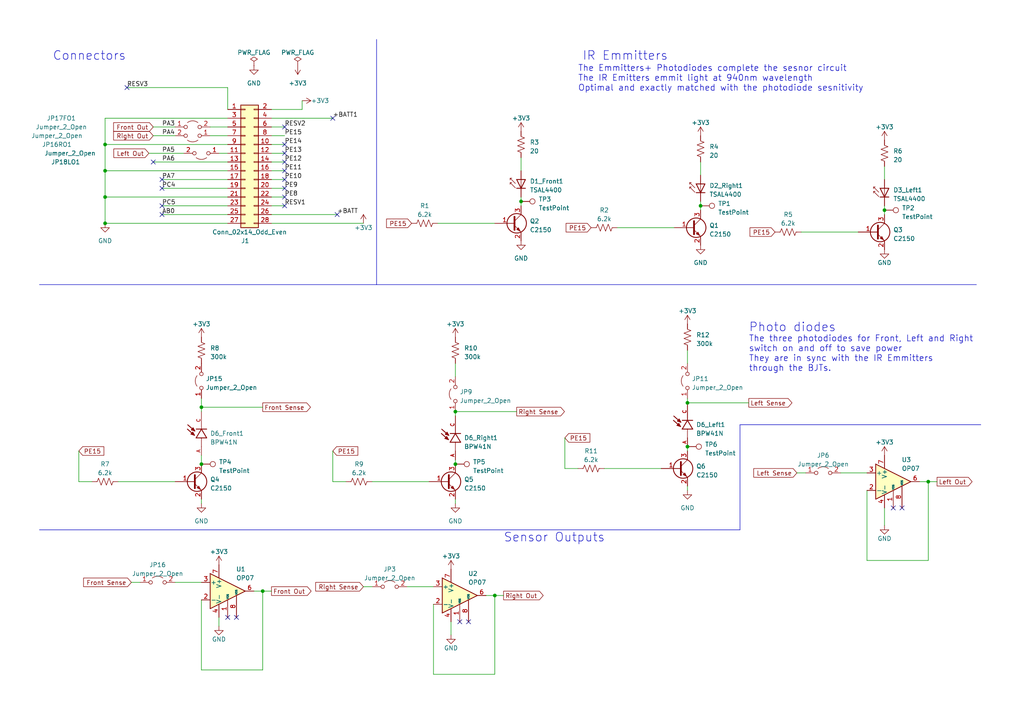
<source format=kicad_sch>
(kicad_sch (version 20230121) (generator eeschema)
  (paper "A4")
  (title_block (title "Micro Mouse Sensor") (date "2024-03-20") (rev "v4.0") (company "University of Cape Town") (comment 1 "EEE3088F") (comment 2 "RMTDIC001") (comment 3 "Ramotlou Dichochi"))
  (lib_symbols
    (symbol "Amplifier_Operational:OP07" (pin_names (offset 0.127))
      (property "Reference" "U" (at 1.27 6.35 0))
      (property "Value" "OP07" (at 1.27 3.81 0))
      (symbol "OP07_0_1"
        (polyline (pts (xy -5.08 5.08) (xy 5.08 0) (xy -5.08 -5.08) (xy -5.08 5.08)) (stroke (width 0.254)) (fill (type background)))
      )
      (symbol "OP07_1_1"
        (pin input line (at 0 -7.62 90) (length 5.08) (name "VOS") (number "1"))
        (pin input line (at -7.62 -2.54 0) (length 2.54) (name "-") (number "2"))
        (pin input line (at -7.62 2.54 0) (length 2.54) (name "+") (number "3"))
        (pin power_in line (at -2.54 -7.62 90) (length 3.81) (name "V-") (number "4"))
        (pin no_connect line (at 0 2.54 270) (length 2.54) hide (name "NC") (number "5"))
        (pin output line (at 7.62 0 180) (length 2.54) (name "~") (number "6"))
        (pin power_in line (at -2.54 7.62 270) (length 3.81) (name "V+") (number "7"))
        (pin input line (at 2.54 -7.62 90) (length 6.35) (name "VOS") (number "8"))
      )
    )
    (symbol "BPW41N:BPW41N" (pin_names (offset 1.016))
      (property "Reference" "D" (at -3.0988 4.4958 0))
      (property "Value" "BPW41N" (at -3.556 -3.302 0))
      (symbol "BPW41N_0_0"
        (polyline (pts (xy -2.54 -1.524) (xy 0 0)) (stroke (width 0.254)))
        (polyline (pts (xy -2.54 0) (xy -5.08 0)) (stroke (width 0.1524)))
        (polyline (pts (xy -2.54 0) (xy -2.54 -1.524)) (stroke (width 0.254)))
        (polyline (pts (xy -2.54 1.524) (xy -2.54 0)) (stroke (width 0.254)))
        (polyline (pts (xy -1.778 2.032) (xy -1.4478 2.9972)) (stroke (width 0.254)))
        (polyline (pts (xy -1.778 2.032) (xy 0 4.064)) (stroke (width 0.254)))
        (polyline (pts (xy -1.4732 2.2606) (xy -1.3462 2.2606)) (stroke (width 0.254)))
        (polyline (pts (xy -1.4478 2.9972) (xy -1.4732 2.2606)) (stroke (width 0.254)))
        (polyline (pts (xy -1.4478 2.9972) (xy -0.889 2.5146)) (stroke (width 0.254)))
        (polyline (pts (xy -1.0668 2.5908) (xy -1.2954 2.4384)) (stroke (width 0.254)))
        (polyline (pts (xy -0.889 2.5146) (xy -1.778 2.032)) (stroke (width 0.254)))
        (polyline (pts (xy -0.5334 1.9304) (xy -0.2032 2.8956)) (stroke (width 0.254)))
        (polyline (pts (xy -0.5334 1.9304) (xy 1.2446 3.9624)) (stroke (width 0.254)))
        (polyline (pts (xy -0.2286 2.159) (xy -0.1016 2.159)) (stroke (width 0.254)))
        (polyline (pts (xy -0.2032 2.8956) (xy -0.2286 2.159)) (stroke (width 0.254)))
        (polyline (pts (xy -0.2032 2.8956) (xy 0.3556 2.413)) (stroke (width 0.254)))
        (polyline (pts (xy 0 0) (xy -2.54 1.524)) (stroke (width 0.254)))
        (polyline (pts (xy 0 1.524) (xy 0 -1.524)) (stroke (width 0.254)))
        (polyline (pts (xy 0.1778 2.4892) (xy -0.0508 2.3368)) (stroke (width 0.254)))
        (polyline (pts (xy 0.3556 2.413) (xy -0.5334 1.9304)) (stroke (width 0.254)))
        (pin passive line (at -7.62 0 0) (length 2.54) (name "~") (number "A"))
        (pin passive line (at 5.08 0 180) (length 5.08) (name "~") (number "C"))
      )
    )
    (symbol "Connector:TestPoint" (pin_numbers hide) (pin_names (offset 0.762) hide)
      (property "Reference" "TP" (at 0 6.858 0))
      (property "Value" "TestPoint" (at 0 5.08 0))
      (symbol "TestPoint_0_1"
        (circle (center 0 3.302) (radius 0.762))
      )
      (symbol "TestPoint_1_1"
        (pin passive line (at 0 0 90) (length 2.54) (name "1") (number "1"))
      )
    )
    (symbol "Connector_Generic:Conn_02x14_Odd_Even" (pin_names (offset 1.016) hide)
      (property "Reference" "J" (at 1.27 17.78 0))
      (property "Value" "Conn_02x14_Odd_Even" (at 1.27 -20.32 0))
      (symbol "Conn_02x14_Odd_Even_1_1"
        (rectangle (start -1.27 -17.653) (end 0 -17.907) (stroke (width 0.1524)))
        (rectangle (start -1.27 -15.113) (end 0 -15.367) (stroke (width 0.1524)))
        (rectangle (start -1.27 -12.573) (end 0 -12.827) (stroke (width 0.1524)))
        (rectangle (start -1.27 -10.033) (end 0 -10.287) (stroke (width 0.1524)))
        (rectangle (start -1.27 -7.493) (end 0 -7.747) (stroke (width 0.1524)))
        (rectangle (start -1.27 -4.953) (end 0 -5.207) (stroke (width 0.1524)))
        (rectangle (start -1.27 -2.413) (end 0 -2.667) (stroke (width 0.1524)))
        (rectangle (start -1.27 0.127) (end 0 -0.127) (stroke (width 0.1524)))
        (rectangle (start -1.27 2.667) (end 0 2.413) (stroke (width 0.1524)))
        (rectangle (start -1.27 5.207) (end 0 4.953) (stroke (width 0.1524)))
        (rectangle (start -1.27 7.747) (end 0 7.493) (stroke (width 0.1524)))
        (rectangle (start -1.27 10.287) (end 0 10.033) (stroke (width 0.1524)))
        (rectangle (start -1.27 12.827) (end 0 12.573) (stroke (width 0.1524)))
        (rectangle (start -1.27 15.367) (end 0 15.113) (stroke (width 0.1524)))
        (rectangle (start -1.27 16.51) (end 3.81 -19.05) (stroke (width 0.254)) (fill (type background)))
        (rectangle (start 3.81 -17.653) (end 2.54 -17.907) (stroke (width 0.1524)))
        (rectangle (start 3.81 -15.113) (end 2.54 -15.367) (stroke (width 0.1524)))
        (rectangle (start 3.81 -12.573) (end 2.54 -12.827) (stroke (width 0.1524)))
        (rectangle (start 3.81 -10.033) (end 2.54 -10.287) (stroke (width 0.1524)))
        (rectangle (start 3.81 -7.493) (end 2.54 -7.747) (stroke (width 0.1524)))
        (rectangle (start 3.81 -4.953) (end 2.54 -5.207) (stroke (width 0.1524)))
        (rectangle (start 3.81 -2.413) (end 2.54 -2.667) (stroke (width 0.1524)))
        (rectangle (start 3.81 0.127) (end 2.54 -0.127) (stroke (width 0.1524)))
        (rectangle (start 3.81 2.667) (end 2.54 2.413) (stroke (width 0.1524)))
        (rectangle (start 3.81 5.207) (end 2.54 4.953) (stroke (width 0.1524)))
        (rectangle (start 3.81 7.747) (end 2.54 7.493) (stroke (width 0.1524)))
        (rectangle (start 3.81 10.287) (end 2.54 10.033) (stroke (width 0.1524)))
        (rectangle (start 3.81 12.827) (end 2.54 12.573) (stroke (width 0.1524)))
        (rectangle (start 3.81 15.367) (end 2.54 15.113) (stroke (width 0.1524)))
        (pin passive line (at -5.08 15.24 0) (length 3.81) (name "Pin_1") (number "1"))
        (pin passive line (at 7.62 5.08 180) (length 3.81) (name "Pin_10") (number "10"))
        (pin passive line (at -5.08 2.54 0) (length 3.81) (name "Pin_11") (number "11"))
        (pin passive line (at 7.62 2.54 180) (length 3.81) (name "Pin_12") (number "12"))
        (pin passive line (at -5.08 0 0) (length 3.81) (name "Pin_13") (number "13"))
        (pin passive line (at 7.62 0 180) (length 3.81) (name "Pin_14") (number "14"))
        (pin passive line (at -5.08 -2.54 0) (length 3.81) (name "Pin_15") (number "15"))
        (pin passive line (at 7.62 -2.54 180) (length 3.81) (name "Pin_16") (number "16"))
        (pin passive line (at -5.08 -5.08 0) (length 3.81) (name "Pin_17") (number "17"))
        (pin passive line (at 7.62 -5.08 180) (length 3.81) (name "Pin_18") (number "18"))
        (pin passive line (at -5.08 -7.62 0) (length 3.81) (name "Pin_19") (number "19"))
        (pin passive line (at 7.62 15.24 180) (length 3.81) (name "Pin_2") (number "2"))
        (pin passive line (at 7.62 -7.62 180) (length 3.81) (name "Pin_20") (number "20"))
        (pin passive line (at -5.08 -10.16 0) (length 3.81) (name "Pin_21") (number "21"))
        (pin passive line (at 7.62 -10.16 180) (length 3.81) (name "Pin_22") (number "22"))
        (pin passive line (at -5.08 -12.7 0) (length 3.81) (name "Pin_23") (number "23"))
        (pin passive line (at 7.62 -12.7 180) (length 3.81) (name "Pin_24") (number "24"))
        (pin passive line (at -5.08 -15.24 0) (length 3.81) (name "Pin_25") (number "25"))
        (pin passive line (at 7.62 -15.24 180) (length 3.81) (name "Pin_26") (number "26"))
        (pin passive line (at -5.08 -17.78 0) (length 3.81) (name "Pin_27") (number "27"))
        (pin passive line (at 7.62 -17.78 180) (length 3.81) (name "Pin_28") (number "28"))
        (pin passive line (at -5.08 12.7 0) (length 3.81) (name "Pin_3") (number "3"))
        (pin passive line (at 7.62 12.7 180) (length 3.81) (name "Pin_4") (number "4"))
        (pin passive line (at -5.08 10.16 0) (length 3.81) (name "Pin_5") (number "5"))
        (pin passive line (at 7.62 10.16 180) (length 3.81) (name "Pin_6") (number "6"))
        (pin passive line (at -5.08 7.62 0) (length 3.81) (name "Pin_7") (number "7"))
        (pin passive line (at 7.62 7.62 180) (length 3.81) (name "Pin_8") (number "8"))
        (pin passive line (at -5.08 5.08 0) (length 3.81) (name "Pin_9") (number "9"))
      )
    )
    (symbol "Device:R_US" (pin_numbers hide) (pin_names (offset 0))
      (property "Reference" "R" (at 2.54 0 90))
      (property "Value" "R_US" (at -2.54 0 90))
      (symbol "R_US_0_1"
        (polyline (pts (xy 0 -2.286) (xy 0 -2.54)))
        (polyline (pts (xy 0 2.286) (xy 0 2.54)))
        (polyline (pts (xy 0 -0.762) (xy 1.016 -1.143) (xy 0 -1.524) (xy -1.016 -1.905) (xy 0 -2.286)))
        (polyline (pts (xy 0 0.762) (xy 1.016 0.381) (xy 0 0) (xy -1.016 -0.381) (xy 0 -0.762)))
        (polyline (pts (xy 0 2.286) (xy 1.016 1.905) (xy 0 1.524) (xy -1.016 1.143) (xy 0 0.762)))
      )
      (symbol "R_US_1_1"
        (pin passive line (at 0 3.81 270) (length 1.27) (name "~") (number "1"))
        (pin passive line (at 0 -3.81 90) (length 1.27) (name "~") (number "2"))
      )
    )
    (symbol "Jumper:Jumper_2_Open" (pin_names (offset 0) hide)
      (property "Reference" "JP" (at 0 2.794 0))
      (property "Value" "Jumper_2_Open" (at 0 -2.286 0))
      (symbol "Jumper_2_Open_0_0"
        (circle (center -2.032 0) (radius 0.508))
        (circle (center 2.032 0) (radius 0.508))
      )
      (symbol "Jumper_2_Open_0_1"
        (arc (start 1.524 1.27) (mid 0 1.778) (end -1.524 1.27))
      )
      (symbol "Jumper_2_Open_1_1"
        (pin passive line (at -5.08 0 0) (length 2.54) (name "A") (number "1"))
        (pin passive line (at 5.08 0 180) (length 2.54) (name "B") (number "2"))
      )
    )
    (symbol "LED:TSAL4400" (pin_numbers hide) (pin_names (offset 1.016) hide)
      (property "Reference" "D" (at 0.508 1.778 0))
      (property "Value" "TSAL4400" (at -1.016 -2.794 0))
      (symbol "TSAL4400_0_1"
        (polyline (pts (xy -2.54 1.27) (xy -2.54 -1.27)) (stroke (width 0.254)))
        (polyline (pts (xy 0 0) (xy -2.54 0)))
        (polyline (pts (xy 0.381 3.175) (xy -0.127 3.175)))
        (polyline (pts (xy -1.143 1.651) (xy 0.381 3.175) (xy 0.381 2.667)))
        (polyline (pts (xy 0 1.27) (xy -2.54 0) (xy 0 -1.27) (xy 0 1.27)) (stroke (width 0.254)))
        (polyline (pts (xy -2.413 1.651) (xy -0.889 3.175) (xy -0.889 2.667) (xy -0.889 3.175) (xy -1.397 3.175)))
      )
      (symbol "TSAL4400_1_1"
        (pin passive line (at -5.08 0 0) (length 2.54) (name "K") (number "1"))
        (pin passive line (at 2.54 0 180) (length 2.54) (name "A") (number "2"))
      )
    )
    (symbol "Transistor_BJT:BC849" (pin_names (offset 0) hide)
      (property "Reference" "Q" (at 5.08 1.905 0))
      (property "Value" "BC849" (at 5.08 0 0))
      (symbol "BC849_0_1"
        (polyline (pts (xy 0.635 0.635) (xy 2.54 2.54)))
        (polyline (pts (xy 0.635 -0.635) (xy 2.54 -2.54) (xy 2.54 -2.54)))
        (polyline (pts (xy 0.635 1.905) (xy 0.635 -1.905) (xy 0.635 -1.905)) (stroke (width 0.508)))
        (polyline (pts (xy 1.27 -1.778) (xy 1.778 -1.27) (xy 2.286 -2.286) (xy 1.27 -1.778) (xy 1.27 -1.778)) (fill (type outline)))
        (circle (center 1.27 0) (radius 2.8194) (stroke (width 0.254)))
      )
      (symbol "BC849_1_1"
        (pin input line (at -5.08 0 0) (length 5.715) (name "B") (number "1"))
        (pin passive line (at 2.54 -5.08 90) (length 2.54) (name "E") (number "2"))
        (pin passive line (at 2.54 5.08 270) (length 2.54) (name "C") (number "3"))
      )
    )
    (symbol "power:+3V3" (power) (pin_names (offset 0))
      (property "Value" "+3V3" (at 0 3.556 0))
      (symbol "+3V3_0_1"
        (polyline (pts (xy -0.762 1.27) (xy 0 2.54)))
        (polyline (pts (xy 0 0) (xy 0 2.54)))
        (polyline (pts (xy 0 2.54) (xy 0.762 1.27)))
      )
      (symbol "+3V3_1_1"
        (pin power_in line (at 0 0 90) (length 0) hide (name "+3V3") (number "1"))
      )
    )
    (symbol "power:GND" (power) (pin_names (offset 0))
      (property "Value" "GND" (at 0 -3.81 0))
      (symbol "GND_0_1"
        (polyline (pts (xy 0 0) (xy 0 -1.27) (xy 1.27 -1.27) (xy 0 -2.54) (xy -1.27 -1.27) (xy 0 -1.27)))
      )
      (symbol "GND_1_1"
        (pin power_in line (at 0 0 270) (length 0) hide (name "GND") (number "1"))
      )
    )
    (symbol "power:PWR_FLAG" (power) (pin_numbers hide) (pin_names (offset 0) hide)
      (property "Value" "PWR_FLAG" (at 0 3.81 0))
      (symbol "PWR_FLAG_0_0"
        (pin power_out line (at 0 0 90) (length 0) (name "pwr") (number "1"))
      )
      (symbol "PWR_FLAG_0_1"
        (polyline (pts (xy 0 0) (xy 0 1.27) (xy -1.016 1.905) (xy 0 2.54) (xy 1.016 1.905) (xy 0 1.27)))
      )
    )
  )
  (junction (at 30.48 41.91))
  (junction (at 132.08 119.38))
  (junction (at 58.42 134.62))
  (junction (at 203.2 59.69))
  (junction (at 30.48 49.53))
  (junction (at 143.51 172.72))
  (junction (at 58.42 118.11))
  (junction (at 30.48 64.77))
  (junction (at 151.13 58.42))
  (junction (at 76.2 171.45))
  (junction (at 269.24 139.7))
  (junction (at 256.54 60.96))
  (junction (at 199.39 129.54))
  (junction (at 199.39 116.84))
  (junction (at 132.08 134.62))
  (junction (at 30.48 57.15))
  (no_connect (at 96.52 34.29))
  (no_connect (at 82.55 41.91))
  (no_connect (at 46.99 59.69))
  (no_connect (at 68.58 179.07))
  (no_connect (at 82.55 36.83))
  (no_connect (at 135.89 180.34))
  (no_connect (at 44.45 46.99))
  (no_connect (at 261.62 147.32))
  (no_connect (at 259.08 147.32))
  (no_connect (at 82.55 59.69))
  (no_connect (at 82.55 49.53))
  (no_connect (at 46.99 62.23))
  (no_connect (at 66.04 179.07))
  (no_connect (at 82.55 57.15))
  (no_connect (at 82.55 46.99))
  (no_connect (at 82.55 44.45))
  (no_connect (at 46.99 54.61))
  (no_connect (at 97.79 62.23))
  (no_connect (at 46.99 52.07))
  (no_connect (at 133.35 180.34))
  (no_connect (at 82.55 52.07))
  (no_connect (at 82.55 54.61))
  (no_connect (at 36.83 25.4))
  (wire (pts (xy 256.54 152.4) (xy 256.54 147.32)))
  (wire (pts (xy 199.39 116.84) (xy 217.17 116.84)))
  (wire (pts (xy 256.54 48.26) (xy 256.54 52.07)))
  (wire (pts (xy 46.99 59.69) (xy 66.04 59.69)))
  (wire (pts (xy 143.51 172.72) (xy 146.05 172.72)))
  (wire (pts (xy 30.48 57.15) (xy 30.48 64.77)))
  (wire (pts (xy 44.45 39.37) (xy 50.8 39.37)))
  (wire (pts (xy 269.24 139.7) (xy 271.78 139.7)))
  (wire (pts (xy 96.52 139.7) (xy 100.33 139.7)))
  (wire (pts (xy 78.74 41.91) (xy 82.55 41.91)))
  (wire (pts (xy 58.42 115.57) (xy 58.42 118.11)))
  (wire (pts (xy 175.26 135.89) (xy 191.77 135.89)))
  (wire (pts (xy 38.1 168.91) (xy 40.64 168.91)))
  (wire (pts (xy 76.2 171.45) (xy 78.74 171.45)))
  (wire (pts (xy 78.74 36.83) (xy 82.55 36.83)))
  (wire (pts (xy 58.42 194.31) (xy 76.2 194.31)))
  (wire (pts (xy 46.99 52.07) (xy 66.04 52.07)))
  (wire (pts (xy 163.83 127) (xy 163.83 135.89)))
  (wire (pts (xy 251.46 162.56) (xy 269.24 162.56)))
  (wire (pts (xy 46.99 54.61) (xy 66.04 54.61)))
  (wire (pts (xy 46.99 62.23) (xy 66.04 62.23)))
  (wire (pts (xy 266.7 139.7) (xy 269.24 139.7)))
  (wire (pts (xy 199.39 115.57) (xy 199.39 116.84)))
  (wire (pts (xy 199.39 129.54) (xy 199.39 130.81)))
  (wire (pts (xy 118.11 170.18) (xy 125.73 170.18)))
  (wire (pts (xy 63.5 44.45) (xy 66.04 44.45)))
  (wire (pts (xy 58.42 144.78) (xy 58.42 146.05)))
  (wire (pts (xy 78.74 62.23) (xy 97.79 62.23)))
  (wire (pts (xy 30.48 57.15) (xy 66.04 57.15)))
  (wire (pts (xy 125.73 175.26) (xy 125.73 195.58)))
  (wire (pts (xy 22.86 130.81) (xy 22.86 139.7)))
  (wire (pts (xy 78.74 64.77) (xy 105.41 64.77)))
  (wire (pts (xy 107.95 139.7) (xy 124.46 139.7)))
  (wire (pts (xy 132.08 144.78) (xy 132.08 146.05)))
  (wire (pts (xy 78.74 46.99) (xy 82.55 46.99)))
  (wire (pts (xy 78.74 44.45) (xy 82.55 44.45)))
  (wire (pts (xy 30.48 49.53) (xy 66.04 49.53)))
  (wire (pts (xy 130.81 184.15) (xy 130.81 180.34)))
  (wire (pts (xy 105.41 170.18) (xy 107.95 170.18)))
  (polyline (pts (xy 11.43 153.67) (xy 214.63 153.67)))
  (polyline (pts (xy 214.63 123.19) (xy 284.48 123.19)))
  (wire (pts (xy 96.52 34.29) (xy 78.74 34.29)))
  (wire (pts (xy 151.13 58.42) (xy 151.13 59.69)))
  (wire (pts (xy 58.42 132.08) (xy 58.42 134.62)))
  (wire (pts (xy 127 64.77) (xy 143.51 64.77)))
  (wire (pts (xy 78.74 49.53) (xy 82.55 49.53)))
  (wire (pts (xy 34.29 139.7) (xy 50.8 139.7)))
  (wire (pts (xy 78.74 54.61) (xy 82.55 54.61)))
  (wire (pts (xy 125.73 195.58) (xy 143.51 195.58)))
  (wire (pts (xy 199.39 101.6) (xy 199.39 105.41)))
  (polyline (pts (xy 11.43 82.55) (xy 109.22 82.55)))
  (wire (pts (xy 63.5 181.61) (xy 63.5 179.07)))
  (wire (pts (xy 203.2 46.99) (xy 203.2 50.8)))
  (wire (pts (xy 73.66 171.45) (xy 76.2 171.45)))
  (wire (pts (xy 78.74 57.15) (xy 82.55 57.15)))
  (wire (pts (xy 30.48 34.29) (xy 66.04 34.29)))
  (wire (pts (xy 30.48 49.53) (xy 30.48 57.15)))
  (wire (pts (xy 44.45 46.99) (xy 66.04 46.99)))
  (wire (pts (xy 231.14 137.16) (xy 233.68 137.16)))
  (wire (pts (xy 163.83 135.89) (xy 167.64 135.89)))
  (wire (pts (xy 199.39 140.97) (xy 199.39 142.24)))
  (wire (pts (xy 96.52 130.81) (xy 96.52 139.7)))
  (wire (pts (xy 179.07 66.04) (xy 195.58 66.04)))
  (wire (pts (xy 76.2 171.45) (xy 76.2 194.31)))
  (wire (pts (xy 44.45 36.83) (xy 50.8 36.83)))
  (wire (pts (xy 203.2 59.69) (xy 203.2 60.96)))
  (wire (pts (xy 78.74 59.69) (xy 82.55 59.69)))
  (wire (pts (xy 58.42 173.99) (xy 58.42 194.31)))
  (wire (pts (xy 203.2 58.42) (xy 203.2 59.69)))
  (wire (pts (xy 132.08 119.38) (xy 132.08 120.65)))
  (wire (pts (xy 87.63 29.21) (xy 87.63 31.75)))
  (wire (pts (xy 58.42 118.11) (xy 76.2 118.11)))
  (wire (pts (xy 30.48 64.77) (xy 66.04 64.77)))
  (wire (pts (xy 132.08 119.38) (xy 149.86 119.38)))
  (wire (pts (xy 251.46 142.24) (xy 251.46 162.56)))
  (polyline (pts (xy 109.22 82.55) (xy 283.21 82.55)))
  (polyline (pts (xy 109.22 11.43) (xy 109.22 82.55)))
  (wire (pts (xy 143.51 172.72) (xy 143.51 195.58)))
  (wire (pts (xy 43.18 44.45) (xy 53.34 44.45)))
  (wire (pts (xy 30.48 41.91) (xy 66.04 41.91)))
  (wire (pts (xy 151.13 57.15) (xy 151.13 58.42)))
  (wire (pts (xy 60.96 36.83) (xy 66.04 36.83)))
  (wire (pts (xy 151.13 45.72) (xy 151.13 49.53)))
  (wire (pts (xy 30.48 34.29) (xy 30.48 41.91)))
  (wire (pts (xy 132.08 105.41) (xy 132.08 109.22)))
  (wire (pts (xy 256.54 59.69) (xy 256.54 60.96)))
  (wire (pts (xy 87.63 31.75) (xy 78.74 31.75)))
  (wire (pts (xy 50.8 168.91) (xy 58.42 168.91)))
  (wire (pts (xy 232.41 67.31) (xy 248.92 67.31)))
  (wire (pts (xy 269.24 139.7) (xy 269.24 162.56)))
  (wire (pts (xy 256.54 60.96) (xy 256.54 62.23)))
  (wire (pts (xy 78.74 52.07) (xy 82.55 52.07)))
  (wire (pts (xy 60.96 39.37) (xy 66.04 39.37)))
  (wire (pts (xy 66.04 25.4) (xy 66.04 31.75)))
  (wire (pts (xy 36.83 25.4) (xy 66.04 25.4)))
  (wire (pts (xy 78.74 39.37) (xy 82.55 39.37)))
  (wire (pts (xy 58.42 118.11) (xy 58.42 119.38)))
  (wire (pts (xy 132.08 133.35) (xy 132.08 134.62)))
  (wire (pts (xy 140.97 172.72) (xy 143.51 172.72)))
  (wire (pts (xy 30.48 41.91) (xy 30.48 49.53)))
  (wire (pts (xy 243.84 137.16) (xy 251.46 137.16)))
  (polyline (pts (xy 214.63 123.19) (xy 214.63 153.67)))
  (wire (pts (xy 22.86 139.7) (xy 26.67 139.7)))
  (text "Photo diodes\n" (at 217.17 96.52 0) (effects (font (size 2.54 2.54)) (justify left bottom)))
  (text "The Emmitters+ Photodiodes complete the sesnor circuit\nThe IR Emitters emmit light at 940nm wavelength \nOptimal and exactly matched with the photodiode sesnitivity\n" (at 167.64 26.67 0) (effects (font (size 1.778 1.778)) (justify left bottom)))
  (text "Connectors" (at 15.24 17.78 0) (effects (font (size 2.54 2.54)) (justify left bottom)))
  (text "IR Emmitters " (at 168.91 17.78 0) (effects (font (size 2.54 2.54)) (justify left bottom)))
  (text "The three photodiodes for Front, Left and Right \nswitch on and off to save power \nThey are in sync with the IR Emmitters \nthrough the BJTs. \n" (at 217.17 107.95 0) (effects (font (size 1.778 1.778)) (justify left bottom)))
  (text "Sensor Outputs" (at 146.05 157.48 0) (effects (font (size 2.54 2.54)) (justify left bottom)))
  (label "PE8" (at 82.55 57.15 0))
  (label "PA7" (at 46.99 52.07 0))
  (label "PE14" (at 82.55 41.91 0))
  (label "+BATT1" (at 96.52 34.29 0))
  (label "PE15" (at 82.55 39.37 0))
  (label "PA3" (at 46.99 36.83 0))
  (label "PC4" (at 46.99 54.61 0))
  (label "PC5" (at 46.99 59.69 0))
  (label "+BATT" (at 97.79 62.23 0))
  (label "AB0" (at 46.99 62.23 0))
  (label "PA4" (at 46.99 39.37 0))
  (label "PE10" (at 82.55 52.07 0))
  (label "PA6" (at 46.99 46.99 0))
  (label "PE9" (at 82.55 54.61 0))
  (label "RESV3" (at 36.83 25.4 0))
  (label "PE13" (at 82.55 44.45 0))
  (label "RESV2" (at 82.55 36.83 0))
  (label "PE12" (at 82.55 46.99 0))
  (label "RESV1" (at 82.55 59.69 0))
  (label "PE11" (at 82.55 49.53 0))
  (label "PA5" (at 46.99 44.45 0))
  (global_label "Left Out" (shape input) (at 43.18 44.45 180) (property "Intersheetrefs" "${INTERSHEET_REFS}" (effects hide)))
  (global_label "Left Sense" (shape output) (at 217.17 116.84 0) (property "Intersheetrefs" "${INTERSHEET_REFS}" (effects hide)))
  (global_label "Right Sense" (shape input) (at 105.41 170.18 180) (property "Intersheetrefs" "${INTERSHEET_REFS}" (effects hide)))
  (global_label "Front Out" (shape output) (at 78.74 171.45 0) (property "Intersheetrefs" "${INTERSHEET_REFS}" (effects hide)))
  (global_label "Left Sense" (shape input) (at 231.14 137.16 180) (property "Intersheetrefs" "${INTERSHEET_REFS}" (effects hide)))
  (global_label "Right Out" (shape input) (at 44.45 39.37 180) (property "Intersheetrefs" "${INTERSHEET_REFS}" (effects hide)))
  (global_label "Right Out" (shape output) (at 146.05 172.72 0) (property "Intersheetrefs" "${INTERSHEET_REFS}" (effects hide)))
  (global_label "PE15" (shape input) (at 96.52 130.81 0) (property "Intersheetrefs" "${INTERSHEET_REFS}" (effects hide)))
  (global_label "Front Sense" (shape output) (at 76.2 118.11 0) (property "Intersheetrefs" "${INTERSHEET_REFS}" (effects hide)))
  (global_label "Front Out" (shape input) (at 44.45 36.83 180) (property "Intersheetrefs" "${INTERSHEET_REFS}" (effects hide)))
  (global_label "PE15" (shape input) (at 171.45 66.04 180) (property "Intersheetrefs" "${INTERSHEET_REFS}" (effects hide)))
  (global_label "PE15" (shape input) (at 163.83 127 0) (property "Intersheetrefs" "${INTERSHEET_REFS}" (effects hide)))
  (global_label "Right Sense" (shape output) (at 149.86 119.38 0) (property "Intersheetrefs" "${INTERSHEET_REFS}" (effects hide)))
  (global_label "PE15" (shape input) (at 224.79 67.31 180) (property "Intersheetrefs" "${INTERSHEET_REFS}" (effects hide)))
  (global_label "PE15" (shape input) (at 119.38 64.77 180) (property "Intersheetrefs" "${INTERSHEET_REFS}" (effects hide)))
  (global_label "PE15" (shape input) (at 22.86 130.81 0) (property "Intersheetrefs" "${INTERSHEET_REFS}" (effects hide)))
  (global_label "Front Sense" (shape input) (at 38.1 168.91 180) (property "Intersheetrefs" "${INTERSHEET_REFS}" (effects hide)))
  (global_label "Left Out" (shape output) (at 271.78 139.7 0) (property "Intersheetrefs" "${INTERSHEET_REFS}" (effects hide)))
  (symbol (lib_id "power:GND") (at 30.48 64.77 0) (unit 1)
    (property "Reference" "#PWR05" (effects hide))
    (property "Value" "GND" (at 30.48 69.85 0))
  )
  (symbol (lib_id "Device:R_US") (at 123.19 64.77 90) (unit 1)
    (property "Reference" "R1" (at 123.19 59.69 90))
    (property "Value" "6.2k" (at 123.19 62.23 90))
    (property "Footprint" "Resistor_SMD:R_0201_0603Metric" (effects hide))
  )
  (symbol (lib_id "power:GND") (at 199.39 142.24 0) (unit 1)
    (property "Reference" "#PWR06" (effects hide))
    (property "Value" "GND" (at 199.39 147.32 0))
  )
  (symbol (lib_id "Connector:TestPoint") (at 132.08 134.62 270) (unit 1)
    (property "Reference" "TP5" (at 137.16 133.985 90) (effects (justify left)))
    (property "Value" "TestPoint" (at 137.16 136.525 90) (effects (justify left)))
    (property "Footprint" "TestPoint:TestPoint_THTPad_1.0x1.0mm_Drill0.5mm" (effects hide))
  )
  (symbol (lib_id "power:GND") (at 151.13 69.85 0) (unit 1)
    (property "Reference" "#PWR08" (effects hide))
    (property "Value" "GND" (at 151.13 74.93 0))
  )
  (symbol (lib_id "power:+3V3") (at 86.36 19.05 180) (unit 1)
    (property "Reference" "#PWR011" (effects hide))
    (property "Value" "+3V3" (at 86.36 24.13 0))
  )
  (symbol (lib_id "power:GND") (at 256.54 72.39 0) (unit 1)
    (property "Reference" "#PWR03" (effects hide))
    (property "Value" "GND" (at 256.54 76.2 0))
  )
  (symbol (lib_id "power:+3V3") (at 151.13 38.1 0) (unit 1)
    (property "Reference" "#PWR023" (effects hide))
    (property "Value" "+3V3" (at 151.13 34.29 0))
  )
  (symbol (lib_id "power:GND") (at 256.54 152.4 0) (unit 1)
    (property "Reference" "#PWR09" (effects hide))
    (property "Value" "GND" (at 256.54 156.21 0))
  )
  (symbol (lib_id "Jumper:Jumper_2_Open") (at 199.39 110.49 90) (unit 1)
    (property "Reference" "JP11" (at 200.66 109.855 90) (effects (justify right)))
    (property "Value" "Jumper_2_Open" (at 200.66 112.395 90) (effects (justify right)))
    (property "Footprint" "Jumper:SolderJumper-2_P1.3mm_Open_TrianglePad1.0x1.5mm" (effects hide))
  )
  (symbol (lib_id "power:GND") (at 130.81 184.15 0) (unit 1)
    (property "Reference" "#PWR07" (effects hide))
    (property "Value" "GND" (at 130.81 187.96 0))
  )
  (symbol (lib_id "power:PWR_FLAG") (at 73.66 19.05 0) (unit 1)
    (property "Reference" "#FLG01" (effects hide))
    (property "Value" "PWR_FLAG" (at 73.66 15.24 0))
  )
  (symbol (lib_id "power:+3V3") (at 63.5 163.83 0) (unit 1)
    (property "Reference" "#PWR026" (effects hide))
    (property "Value" "+3V3" (at 63.5 160.02 0))
  )
  (symbol (lib_id "Connector_Generic:Conn_02x14_Odd_Even") (at 71.12 46.99 0) (unit 1)
    (property "Reference" "J1" (at 71.12 69.85 0))
    (property "Value" "Conn_02x14_Odd_Even" (at 72.39 67.31 0))
    (property "Footprint" "Connector_PinHeader_2.54mm:PinHeader_2x14_P2.54mm_Vertical" (effects hide))
  )
  (symbol (lib_id "BPW41N:BPW41N") (at 199.39 121.92 90) (unit 1)
    (property "Reference" "D6_Left1" (at 201.93 123.1773 90) (effects (justify right)))
    (property "Value" "BPW41N" (at 201.93 125.7173 90) (effects (justify right)))
    (property "Footprint" "BPW41N:DIO_BPW41N" (effects hide))
    (property "MF" "Vishay Semiconductor" (effects hide))
    (property "MAXIMUM_PACKAGE_HEIGHT" "9.20mm" (effects hide))
    (property "Package" "Radial Vishay" (effects hide))
    (property "Price" "None" (effects hide))
    (property "Check_prices" "https://www.snapeda.com/parts/BPW41N/Vishay+Semiconductor+Opto+Division/view-part/?ref=eda" (effects hide))
    (property "STANDARD" "IPC-7351B" (effects hide))
    (property "PARTREV" "1.6" (effects hide))
    (property "SnapEDA_Link" "https://www.snapeda.com/parts/BPW41N/Vishay+Semiconductor+Opto+Division/view-part/?ref=snap" (effects hide))
    (property "MP" "BPW41N" (effects hide))
    (property "Description" "\nPhotodiode 940nm - 130° Radial, Side View\n" (effects hide))
    (property "Availability" "In Stock" (effects hide))
    (property "MANUFACTURER" "Vishay" (effects hide))
  )
  (symbol (lib_id "Connector:TestPoint") (at 203.2 59.69 270) (unit 1)
    (property "Reference" "TP1" (at 208.28 59.055 90) (effects (justify left)))
    (property "Value" "TestPoint" (at 208.28 61.595 90) (effects (justify left)))
    (property "Footprint" "TestPoint:TestPoint_THTPad_1.0x1.0mm_Drill0.5mm" (effects hide))
  )
  (symbol (lib_id "Device:R_US") (at 30.48 139.7 90) (unit 1)
    (property "Reference" "R7" (at 30.48 134.62 90))
    (property "Value" "6.2k" (at 30.48 137.16 90))
    (property "Footprint" "Resistor_SMD:R_0201_0603Metric" (effects hide))
  )
  (symbol (lib_id "power:+3V3") (at 58.42 97.79 0) (unit 1)
    (property "Reference" "#PWR018" (effects hide))
    (property "Value" "+3V3" (at 58.42 93.98 0))
  )
  (symbol (lib_id "Jumper:Jumper_2_Open") (at 55.88 39.37 180) (unit 1)
    (property "Reference" "JP16RO1" (at 16.51 41.91 0))
    (property "Value" "Jumper_2_Open" (at 16.51 39.37 0))
    (property "Footprint" "Jumper:SolderJumper-2_P1.3mm_Open_TrianglePad1.0x1.5mm" (effects hide))
  )
  (symbol (lib_id "Jumper:Jumper_2_Open") (at 238.76 137.16 0) (unit 1)
    (property "Reference" "JP6" (at 238.76 132.08 0))
    (property "Value" "Jumper_2_Open" (at 238.76 134.62 0))
    (property "Footprint" "Jumper:SolderJumper-2_P1.3mm_Open_TrianglePad1.0x1.5mm" (effects hide))
  )
  (symbol (lib_id "Device:R_US") (at 175.26 66.04 90) (unit 1)
    (property "Reference" "R2" (at 175.26 60.96 90))
    (property "Value" "6.2k" (at 175.26 63.5 90))
    (property "Footprint" "Resistor_SMD:R_0201_0603Metric" (effects hide))
  )
  (symbol (lib_id "power:+3V3") (at 256.54 40.64 0) (unit 1)
    (property "Reference" "#PWR021" (effects hide))
    (property "Value" "+3V3" (at 256.54 36.83 0))
  )
  (symbol (lib_id "Jumper:Jumper_2_Open") (at 113.03 170.18 0) (unit 1)
    (property "Reference" "JP3" (at 113.03 165.1 0))
    (property "Value" "Jumper_2_Open" (at 113.03 167.64 0))
    (property "Footprint" "Jumper:SolderJumper-2_P1.3mm_Open_TrianglePad1.0x1.5mm" (effects hide))
  )
  (symbol (lib_id "power:GND") (at 203.2 71.12 0) (unit 1)
    (property "Reference" "#PWR01" (effects hide))
    (property "Value" "GND" (at 203.2 76.2 0))
  )
  (symbol (lib_id "BPW41N:BPW41N") (at 58.42 124.46 90) (unit 1)
    (property "Reference" "D6_Front1" (at 60.96 125.7173 90) (effects (justify right)))
    (property "Value" "BPW41N" (at 60.96 128.2573 90) (effects (justify right)))
    (property "Footprint" "BPW41N:DIO_BPW41N" (effects hide))
    (property "MF" "Vishay Semiconductor" (effects hide))
    (property "MAXIMUM_PACKAGE_HEIGHT" "9.20mm" (effects hide))
    (property "Package" "Radial Vishay" (effects hide))
    (property "Price" "None" (effects hide))
    (property "Check_prices" "https://www.snapeda.com/parts/BPW41N/Vishay+Semiconductor+Opto+Division/view-part/?ref=eda" (effects hide))
    (property "STANDARD" "IPC-7351B" (effects hide))
    (property "PARTREV" "1.6" (effects hide))
    (property "SnapEDA_Link" "https://www.snapeda.com/parts/BPW41N/Vishay+Semiconductor+Opto+Division/view-part/?ref=snap" (effects hide))
    (property "MP" "BPW41N" (effects hide))
    (property "Description" "\nPhotodiode 940nm - 130° Radial, Side View\n" (effects hide))
    (property "Availability" "In Stock" (effects hide))
    (property "MANUFACTURER" "Vishay" (effects hide))
  )
  (symbol (lib_id "Jumper:Jumper_2_Open") (at 58.42 44.45 180) (unit 1)
    (property "Reference" "JP18LO1" (at 19.05 46.99 0))
    (property "Value" "Jumper_2_Open" (at 20.32 44.45 0))
    (property "Footprint" "Jumper:SolderJumper-2_P1.3mm_Open_TrianglePad1.0x1.5mm" (effects hide))
  )
  (symbol (lib_id "Transistor_BJT:BC849") (at 129.54 139.7 0) (unit 1)
    (property "Reference" "Q5" (at 134.62 139.065 0) (effects (justify left)))
    (property "Value" "C2150" (at 134.62 141.605 0) (effects (justify left)))
    (property "Footprint" "Package_TO_SOT_SMD:SOT-23" (effects hide))
    (property "Datasheet" "http://www.infineon.com/dgdl/Infineon-BC847SERIES_BC848SERIES_BC849SERIES_BC850SERIES-DS-v01_01-en.pdf?fileId=db3a304314dca389011541d4630a1657" (effects hide))
  )
  (symbol (lib_id "Jumper:Jumper_2_Open") (at 55.88 36.83 0) (unit 1)
    (property "Reference" "JP17FO1" (at 17.78 34.29 0))
    (property "Value" "Jumper_2_Open" (at 17.78 36.83 0))
    (property "Footprint" "Jumper:SolderJumper-2_P1.3mm_Open_TrianglePad1.0x1.5mm" (effects hide))
  )
  (symbol (lib_id "Jumper:Jumper_2_Open") (at 45.72 168.91 0) (unit 1)
    (property "Reference" "JP16" (at 45.72 163.83 0))
    (property "Value" "Jumper_2_Open" (at 45.72 166.37 0))
    (property "Footprint" "Jumper:SolderJumper-2_P1.3mm_Open_TrianglePad1.0x1.5mm" (effects hide))
  )
  (symbol (lib_id "LED:TSAL4400") (at 151.13 52.07 90) (unit 1)
    (property "Reference" "D1_Front1" (at 153.67 52.578 90) (effects (justify right)))
    (property "Value" "TSAL4400" (at 153.67 55.118 90) (effects (justify right)))
    (property "Footprint" "LED_THT:LED_D3.0mm_Horizontal_O1.27mm_Z2.0mm_IRBlack" (effects hide))
    (property "Datasheet" "http://www.vishay.com/docs/81006/tsal4400.pdf" (effects hide))
  )
  (symbol (lib_id "BPW41N:BPW41N") (at 132.08 125.73 90) (unit 1)
    (property "Reference" "D6_Right1" (at 134.62 126.9873 90) (effects (justify right)))
    (property "Value" "BPW41N" (at 134.62 129.5273 90) (effects (justify right)))
    (property "Footprint" "BPW41N:DIO_BPW41N" (effects hide))
    (property "MF" "Vishay Semiconductor" (effects hide))
    (property "MAXIMUM_PACKAGE_HEIGHT" "9.20mm" (effects hide))
    (property "Package" "Radial Vishay" (effects hide))
    (property "Price" "None" (effects hide))
    (property "Check_prices" "https://www.snapeda.com/parts/BPW41N/Vishay+Semiconductor+Opto+Division/view-part/?ref=eda" (effects hide))
    (property "STANDARD" "IPC-7351B" (effects hide))
    (property "PARTREV" "1.6" (effects hide))
    (property "SnapEDA_Link" "https://www.snapeda.com/parts/BPW41N/Vishay+Semiconductor+Opto+Division/view-part/?ref=snap" (effects hide))
    (property "MP" "BPW41N" (effects hide))
    (property "Description" "\nPhotodiode 940nm - 130° Radial, Side View\n" (effects hide))
    (property "Availability" "In Stock" (effects hide))
    (property "MANUFACTURER" "Vishay" (effects hide))
  )
  (symbol (lib_id "Device:R_US") (at 58.42 101.6 0) (unit 1)
    (property "Reference" "R8" (at 60.96 100.965 0) (effects (justify left)))
    (property "Value" "300k" (at 60.96 103.505 0) (effects (justify left)))
    (property "Footprint" "Resistor_SMD:R_0201_0603Metric" (effects hide))
  )
  (symbol (lib_id "LED:TSAL4400") (at 203.2 53.34 90) (unit 1)
    (property "Reference" "D2_Right1" (at 205.74 53.848 90) (effects (justify right)))
    (property "Value" "TSAL4400" (at 205.74 56.388 90) (effects (justify right)))
    (property "Footprint" "LED_THT:LED_D3.0mm_Horizontal_O1.27mm_Z2.0mm_IRBlack" (effects hide))
    (property "Datasheet" "http://www.vishay.com/docs/81006/tsal4400.pdf" (effects hide))
  )
  (symbol (lib_id "power:+3V3") (at 105.41 64.77 0) (unit 1)
    (property "Reference" "#PWR014" (effects hide))
    (property "Value" "+3V3" (at 105.41 66.04 0))
  )
  (symbol (lib_id "Device:R_US") (at 203.2 43.18 0) (unit 1)
    (property "Reference" "R4" (at 205.74 42.545 0) (effects (justify left)))
    (property "Value" "20" (at 205.74 45.085 0) (effects (justify left)))
    (property "Footprint" "Resistor_SMD:R_0201_0603Metric" (effects hide))
  )
  (symbol (lib_id "power:+3V3") (at 256.54 132.08 0) (unit 1)
    (property "Reference" "#PWR024" (effects hide))
    (property "Value" "+3V3" (at 256.54 128.27 0))
  )
  (symbol (lib_id "Device:R_US") (at 132.08 101.6 0) (unit 1)
    (property "Reference" "R10" (at 134.62 100.965 0) (effects (justify left)))
    (property "Value" "300k" (at 134.62 103.505 0) (effects (justify left)))
    (property "Footprint" "Resistor_SMD:R_0201_0603Metric" (effects hide))
  )
  (symbol (lib_id "LED:TSAL4400") (at 256.54 54.61 90) (unit 1)
    (property "Reference" "D3_Left1" (at 259.08 55.118 90) (effects (justify right)))
    (property "Value" "TSAL4400" (at 259.08 57.658 90) (effects (justify right)))
    (property "Footprint" "LED_THT:LED_D3.0mm_Horizontal_O1.27mm_Z2.0mm_IRBlack" (effects hide))
    (property "Datasheet" "http://www.vishay.com/docs/81006/tsal4400.pdf" (effects hide))
  )
  (symbol (lib_id "Device:R_US") (at 256.54 44.45 0) (unit 1)
    (property "Reference" "R6" (at 259.08 43.815 0) (effects (justify left)))
    (property "Value" "20" (at 259.08 46.355 0) (effects (justify left)))
    (property "Footprint" "Resistor_SMD:R_0201_0603Metric" (effects hide))
  )
  (symbol (lib_id "power:+3V3") (at 203.2 39.37 0) (unit 1)
    (property "Reference" "#PWR022" (effects hide))
    (property "Value" "+3V3" (at 203.2 35.56 0))
  )
  (symbol (lib_id "Transistor_BJT:BC849") (at 196.85 135.89 0) (unit 1)
    (property "Reference" "Q6" (at 201.93 135.255 0) (effects (justify left)))
    (property "Value" "C2150" (at 201.93 137.795 0) (effects (justify left)))
    (property "Footprint" "Package_TO_SOT_SMD:SOT-23" (effects hide))
    (property "Datasheet" "http://www.infineon.com/dgdl/Infineon-BC847SERIES_BC848SERIES_BC849SERIES_BC850SERIES-DS-v01_01-en.pdf?fileId=db3a304314dca389011541d4630a1657" (effects hide))
  )
  (symbol (lib_id "Transistor_BJT:BC849") (at 55.88 139.7 0) (unit 1)
    (property "Reference" "Q4" (at 60.96 139.065 0) (effects (justify left)))
    (property "Value" "C2150" (at 60.96 141.605 0) (effects (justify left)))
    (property "Footprint" "Package_TO_SOT_SMD:SOT-23" (effects hide))
    (property "Datasheet" "http://www.infineon.com/dgdl/Infineon-BC847SERIES_BC848SERIES_BC849SERIES_BC850SERIES-DS-v01_01-en.pdf?fileId=db3a304314dca389011541d4630a1657" (effects hide))
  )
  (symbol (lib_id "power:+3V3") (at 132.08 97.79 0) (unit 1)
    (property "Reference" "#PWR019" (effects hide))
    (property "Value" "+3V3" (at 132.08 93.98 0))
  )
  (symbol (lib_id "power:GND") (at 132.08 146.05 0) (unit 1)
    (property "Reference" "#PWR04" (effects hide))
    (property "Value" "GND" (at 132.08 151.13 0))
  )
  (symbol (lib_id "power:GND") (at 58.42 146.05 0) (unit 1)
    (property "Reference" "#PWR013" (effects hide))
    (property "Value" "GND" (at 58.42 151.13 0))
  )
  (symbol (lib_id "Transistor_BJT:BC849") (at 254 67.31 0) (unit 1)
    (property "Reference" "Q3" (at 259.08 66.675 0) (effects (justify left)))
    (property "Value" "C2150" (at 259.08 69.215 0) (effects (justify left)))
    (property "Footprint" "Package_TO_SOT_SMD:SOT-23" (effects hide))
    (property "Datasheet" "http://www.infineon.com/dgdl/Infineon-BC847SERIES_BC848SERIES_BC849SERIES_BC850SERIES-DS-v01_01-en.pdf?fileId=db3a304314dca389011541d4630a1657" (effects hide))
  )
  (symbol (lib_id "Device:R_US") (at 228.6 67.31 90) (unit 1)
    (property "Reference" "R5" (at 228.6 62.23 90))
    (property "Value" "6.2k" (at 228.6 64.77 90))
    (property "Footprint" "Resistor_SMD:R_0201_0603Metric" (effects hide))
  )
  (symbol (lib_id "Connector:TestPoint") (at 58.42 134.62 270) (unit 1)
    (property "Reference" "TP4" (at 63.5 133.985 90) (effects (justify left)))
    (property "Value" "TestPoint" (at 63.5 136.525 90) (effects (justify left)))
    (property "Footprint" "TestPoint:TestPoint_THTPad_1.0x1.0mm_Drill0.5mm" (effects hide))
  )
  (symbol (lib_id "power:PWR_FLAG") (at 86.36 19.05 0) (unit 1)
    (property "Reference" "#FLG02" (effects hide))
    (property "Value" "PWR_FLAG" (at 86.36 15.24 0))
  )
  (symbol (lib_id "Connector:TestPoint") (at 151.13 58.42 270) (unit 1)
    (property "Reference" "TP3" (at 156.21 57.785 90) (effects (justify left)))
    (property "Value" "TestPoint" (at 156.21 60.325 90) (effects (justify left)))
    (property "Footprint" "TestPoint:TestPoint_THTPad_1.0x1.0mm_Drill0.5mm" (effects hide))
  )
  (symbol (lib_id "Connector:TestPoint") (at 199.39 129.54 270) (unit 1)
    (property "Reference" "TP6" (at 204.47 128.905 90) (effects (justify left)))
    (property "Value" "TestPoint" (at 204.47 131.445 90) (effects (justify left)))
    (property "Footprint" "TestPoint:TestPoint_THTPad_1.0x1.0mm_Drill0.5mm" (effects hide))
  )
  (symbol (lib_id "Device:R_US") (at 171.45 135.89 90) (unit 1)
    (property "Reference" "R11" (at 171.45 130.81 90))
    (property "Value" "6.2k" (at 171.45 133.35 90))
    (property "Footprint" "Resistor_SMD:R_0201_0603Metric" (effects hide))
  )
  (symbol (lib_id "power:+3V3") (at 87.63 29.21 270) (unit 1)
    (property "Reference" "#PWR012" (effects hide))
    (property "Value" "+3V3" (at 90.17 29.21 90) (effects (justify left)))
  )
  (symbol (lib_id "Device:R_US") (at 104.14 139.7 90) (unit 1)
    (property "Reference" "R9" (at 104.14 134.62 90))
    (property "Value" "6.2k" (at 104.14 137.16 90))
    (property "Footprint" "Resistor_SMD:R_0201_0603Metric" (effects hide))
  )
  (symbol (lib_id "Transistor_BJT:BC849") (at 148.59 64.77 0) (unit 1)
    (property "Reference" "Q2" (at 153.67 64.135 0) (effects (justify left)))
    (property "Value" "C2150" (at 153.67 66.675 0) (effects (justify left)))
    (property "Footprint" "Package_TO_SOT_SMD:SOT-23" (effects hide))
    (property "Datasheet" "http://www.infineon.com/dgdl/Infineon-BC847SERIES_BC848SERIES_BC849SERIES_BC850SERIES-DS-v01_01-en.pdf?fileId=db3a304314dca389011541d4630a1657" (effects hide))
  )
  (symbol (lib_id "Jumper:Jumper_2_Open") (at 58.42 110.49 90) (unit 1)
    (property "Reference" "JP15" (at 59.69 109.855 90) (effects (justify right)))
    (property "Value" "Jumper_2_Open" (at 59.69 112.395 90) (effects (justify right)))
    (property "Footprint" "Jumper:SolderJumper-2_P1.3mm_Open_TrianglePad1.0x1.5mm" (effects hide))
  )
  (symbol (lib_id "Device:R_US") (at 151.13 41.91 0) (unit 1)
    (property "Reference" "R3" (at 153.67 41.275 0) (effects (justify left)))
    (property "Value" "20" (at 153.67 43.815 0) (effects (justify left)))
    (property "Footprint" "Resistor_SMD:R_0201_0603Metric" (effects hide))
  )
  (symbol (lib_id "Device:R_US") (at 199.39 97.79 0) (unit 1)
    (property "Reference" "R12" (at 201.93 97.155 0) (effects (justify left)))
    (property "Value" "300k" (at 201.93 99.695 0) (effects (justify left)))
    (property "Footprint" "Resistor_SMD:R_0201_0603Metric" (effects hide))
  )
  (symbol (lib_id "Amplifier_Operational:OP07") (at 66.04 171.45 0) (unit 1)
    (property "Reference" "U1" (at 69.85 165.1 0))
    (property "Value" "OP07" (at 71.12 167.64 0))
    (property "Footprint" "Package_SO:SOIC-8_3.9x4.9mm_P1.27mm" (effects hide))
    (property "Datasheet" "https://www.analog.com/media/en/technical-documentation/data-sheets/OP07.pdf" (effects hide))
  )
  (symbol (lib_id "Amplifier_Operational:OP07") (at 259.08 139.7 0) (unit 1)
    (property "Reference" "U3" (at 262.89 133.35 0))
    (property "Value" "OP07" (at 264.16 135.89 0))
    (property "Footprint" "Package_SO:SOIC-8_3.9x4.9mm_P1.27mm" (effects hide))
    (property "Datasheet" "https://www.analog.com/media/en/technical-documentation/data-sheets/OP07.pdf" (effects hide))
  )
  (symbol (lib_id "Connector:TestPoint") (at 256.54 60.96 270) (unit 1)
    (property "Reference" "TP2" (at 261.62 60.325 90) (effects (justify left)))
    (property "Value" "TestPoint" (at 261.62 62.865 90) (effects (justify left)))
    (property "Footprint" "TestPoint:TestPoint_THTPad_1.0x1.0mm_Drill0.5mm" (effects hide))
  )
  (symbol (lib_id "power:GND") (at 73.66 19.05 0) (unit 1)
    (property "Reference" "#PWR010" (effects hide))
    (property "Value" "GND" (at 73.66 24.13 0))
  )
  (symbol (lib_id "power:+3V3") (at 199.39 93.98 0) (unit 1)
    (property "Reference" "#PWR020" (effects hide))
    (property "Value" "+3V3" (at 199.39 90.17 0))
  )
  (symbol (lib_id "Amplifier_Operational:OP07") (at 133.35 172.72 0) (unit 1)
    (property "Reference" "U2" (at 137.16 166.37 0))
    (property "Value" "OP07" (at 138.43 168.91 0))
    (property "Footprint" "Package_SO:SOIC-8_3.9x4.9mm_P1.27mm" (effects hide))
    (property "Datasheet" "https://www.analog.com/media/en/technical-documentation/data-sheets/OP07.pdf" (effects hide))
  )
  (symbol (lib_id "Jumper:Jumper_2_Open") (at 132.08 114.3 90) (unit 1)
    (property "Reference" "JP9" (at 133.35 113.665 90) (effects (justify right)))
    (property "Value" "Jumper_2_Open" (at 133.35 116.205 90) (effects (justify right)))
    (property "Footprint" "Jumper:SolderJumper-2_P1.3mm_Open_TrianglePad1.0x1.5mm" (effects hide))
  )
  (symbol (lib_id "power:GND") (at 63.5 181.61 0) (unit 1)
    (property "Reference" "#PWR02" (effects hide))
    (property "Value" "GND" (at 63.5 185.42 0))
  )
  (symbol (lib_id "power:+3V3") (at 130.81 165.1 0) (unit 1)
    (property "Reference" "#PWR025" (effects hide))
    (property "Value" "+3V3" (at 130.81 161.29 0))
  )
  (symbol (lib_id "Transistor_BJT:BC849") (at 200.66 66.04 0) (unit 1)
    (property "Reference" "Q1" (at 205.74 65.405 0) (effects (justify left)))
    (property "Value" "C2150" (at 205.74 67.945 0) (effects (justify left)))
    (property "Footprint" "Package_TO_SOT_SMD:SOT-23" (effects hide))
    (property "Datasheet" "http://www.infineon.com/dgdl/Infineon-BC847SERIES_BC848SERIES_BC849SERIES_BC850SERIES-DS-v01_01-en.pdf?fileId=db3a304314dca389011541d4630a1657" (effects hide))
  )
)
</source>
